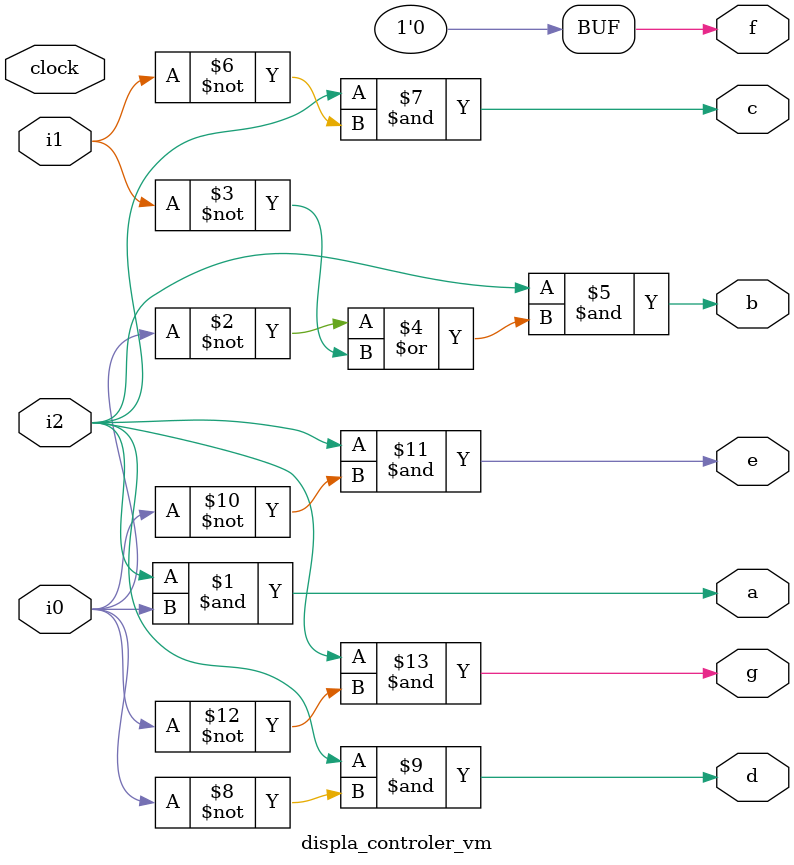
<source format=v>
`timescale 1ns / 1ps
module displa_controler_vm(
    output a,
    output b,
    output c,
    output d,
    output e,
    output f,
    output g,
    input i0,
    input i1,
	 input i2, //activa o no dependencia del clock para aviso intermitente 
    input clock
    );
   
  assign a = i2 & i0;
  assign b = i2 & (~i0|~i1);
  assign c = i2 & ~i1;
  assign d = i2 & ~i0;
  assign e = i2 & ~i0;
  assign f = 1'b0;
  assign g = i2 & ~i0;

endmodule

</source>
